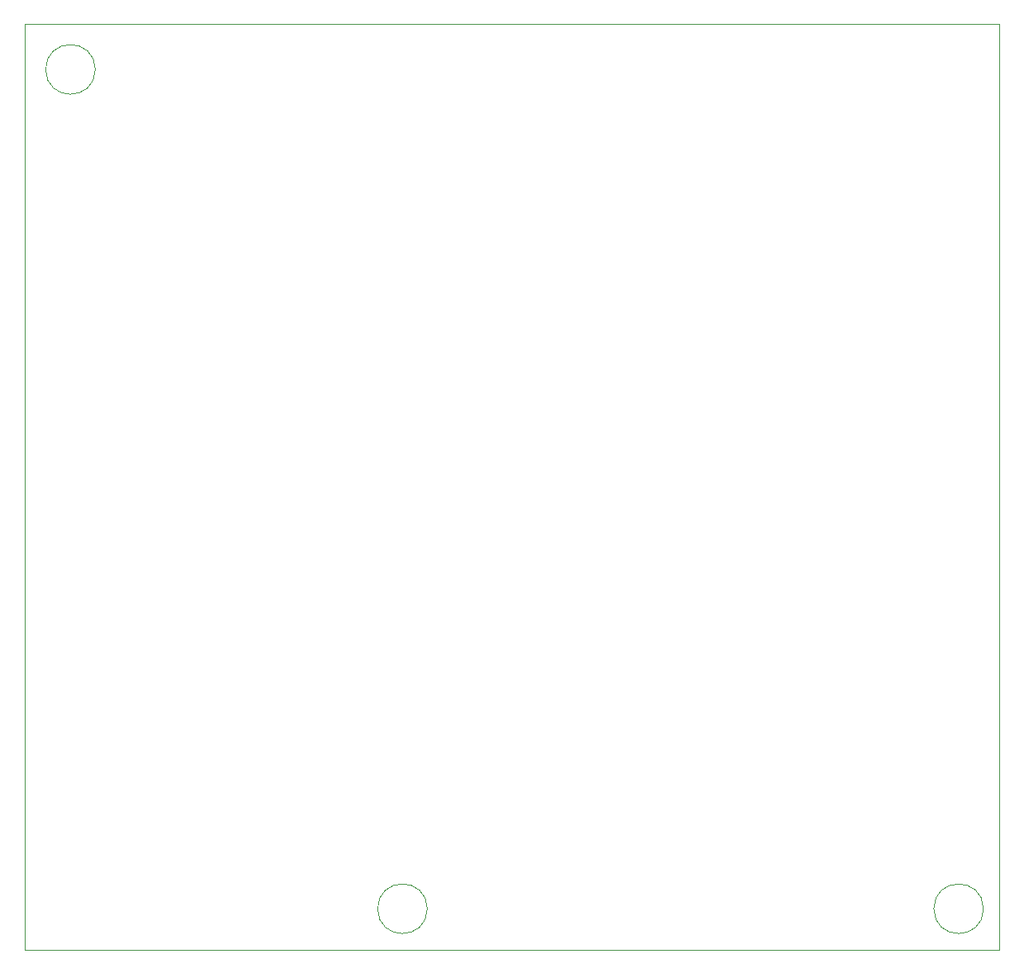
<source format=gbr>
G04 #@! TF.GenerationSoftware,KiCad,Pcbnew,(5.1.5)-3*
G04 #@! TF.CreationDate,2020-04-22T13:27:11+02:00*
G04 #@! TF.ProjectId,esp32_ym2149,65737033-325f-4796-9d32-3134392e6b69,rev?*
G04 #@! TF.SameCoordinates,Original*
G04 #@! TF.FileFunction,Profile,NP*
%FSLAX46Y46*%
G04 Gerber Fmt 4.6, Leading zero omitted, Abs format (unit mm)*
G04 Created by KiCad (PCBNEW (5.1.5)-3) date 2020-04-22 13:27:11*
%MOMM*%
%LPD*%
G04 APERTURE LIST*
%ADD10C,0.050000*%
G04 APERTURE END LIST*
D10*
X213741000Y-133096000D02*
X113792000Y-133096000D01*
X213741000Y-38100000D02*
X213741000Y-133096000D01*
X113792000Y-38100000D02*
X213741000Y-38100000D01*
X155070173Y-128905000D02*
G75*
G03X155070173Y-128905000I-2543173J0D01*
G01*
X212093173Y-128905000D02*
G75*
G03X212093173Y-128905000I-2543173J0D01*
G01*
X121034173Y-42799000D02*
G75*
G03X121034173Y-42799000I-2543173J0D01*
G01*
X113792000Y-133096000D02*
X113792000Y-38100000D01*
M02*

</source>
